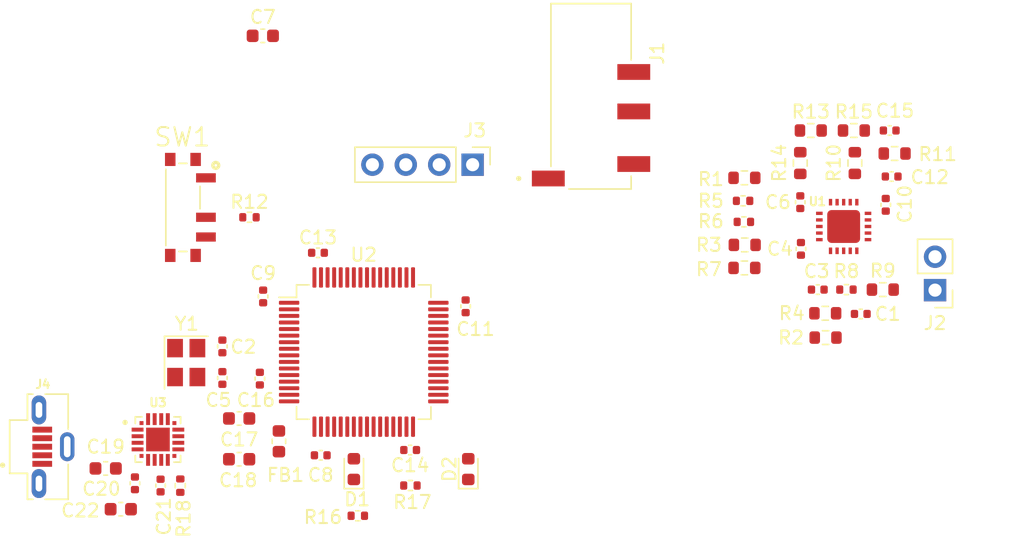
<source format=kicad_pcb>
(kicad_pcb (version 20211014) (generator pcbnew)
  (layers (0 "F.Cu" signal) (31 "B.Cu" signal) (34 "B.Paste" user) (35 "F.Paste" user) (36 "B.SilkS" user "B.Silkscreen") (37 "F.SilkS" user "F.Silkscreen") (38 "B.Mask" user) (39 "F.Mask" user) (44 "Edge.Cuts" user))
  (net 0 "")
  (net 1 "Net-(C1-Pad1)")
  (net 2 "/ADC1_IN1")
  (net 3 "/RCC_OSC_IN")
  (net 4 "GND")
  (net 5 "/OPAMP+")
  (net 6 "/REFOUT")
  (net 7 "/RLDFB")
  (net 8 "/RLD")
  (net 9 "/RCC_OSC_OUT")
  (net 10 "/HPDRIVE")
  (net 11 "/HPSENSE")
  (net 12 "+3.3V")
  (net 13 "/NRST")
  (net 14 "/REFIN")
  (net 15 "/SW")
  (net 16 "+3.3VA")
  (net 17 "+5V")
  (net 18 "/HR_LED_K")
  (net 19 "/LED")
  (net 20 "/PWR_LED_K")
  (net 21 "/RL")
  (net 23 "/LA")
  (net 24 "/RA")
  (net 25 "/TMS")
  (net 26 "/TCK")
  (net 27 "/USB_D-")
  (net 28 "/USB_D+")
  (net 30 "/IAOUT")
  (net 31 "/+IN")
  (net 32 "/-IN")
  (net 33 "/OPAMP-")
  (net 34 "/SW_BOOT0")
  (net 35 "/BOOT0")
  (net 36 "Net-(R13-Pad1)")
  (net 37 "Net-(R18-Pad2)")
  (net 38 "/AD8232_LOD_N")
  (net 39 "/AD8232_LOD_P")
  (net 46 "/USART2_TX")
  (net 47 "/USART2_RX")
  (footprint "Capacitor_SMD:C_0402_1005Metric" (layer "F.Cu") (at 81.95 28.4 -90)
    (fp_text reference "C10" (at -0.05 -1.45 90) (layer "F.SilkS"))
    (fp_text value "100n")
    (fp_line (start -0.107836 0.36) (end 0.107836 0.36) (layer "F.SilkS") (width 0.12))
    (fp_line (start -0.107836 -0.36) (end 0.107836 -0.36) (layer "F.SilkS") (width 0.12))
    (pad "1" smd roundrect (at -0.48 0 270) (size 0.56 0.62) (layers "F.Cu" "F.Paste" "F.Mask") (net 12 "+3.3V"))
    (pad "2" smd roundrect (at 0.48 0 270) (size 0.56 0.62) (layers "F.Cu" "F.Paste" "F.Mask") (net 4 "GND"))
  )
  (footprint "AD8232:LFCSP_20" (layer "F.Cu") (at 78.75 30.05)
    (fp_text reference "U1" (at -2 -1.9) (layer "F.SilkS") (effects (font (size 0.64 0.64))))
    (fp_text value "AD8232")
    (pad "1" smd rect locked (at -1.85 -1 270) (size 0.25 0.5) (layers "F.Cu" "F.Paste" "F.Mask") (net 10 "/HPDRIVE"))
    (pad "2" smd rect locked (at -1.85 -0.5 270) (size 0.25 0.5) (layers "F.Cu" "F.Paste" "F.Mask") (net 31 "/+IN"))
    (pad "3" smd rect locked (at -1.85 0 270) (size 0.25 0.5) (layers "F.Cu" "F.Paste" "F.Mask") (net 32 "/-IN"))
    (pad "4" smd rect locked (at -1.85 0.5 270) (size 0.25 0.5) (layers "F.Cu" "F.Paste" "F.Mask") (net 7 "/RLDFB"))
    (pad "5" smd rect locked (at -1.85 1 270) (size 0.25 0.5) (layers "F.Cu" "F.Paste" "F.Mask") (net 8 "/RLD"))
    (pad "6" smd rect locked (at -1 1.85) (size 0.25 0.5) (layers "F.Cu" "F.Paste" "F.Mask") (net 15 "/SW"))
    (pad "7" smd rect locked (at -0.5 1.85) (size 0.25 0.5) (layers "F.Cu" "F.Paste" "F.Mask") (net 5 "/OPAMP+"))
    (pad "8" smd rect locked (at 0 1.85) (size 0.25 0.5) (layers "F.Cu" "F.Paste" "F.Mask") (net 6 "/REFOUT"))
    (pad "9" smd rect locked (at 0.5 1.85) (size 0.25 0.5) (layers "F.Cu" "F.Paste" "F.Mask") (net 33 "/OPAMP-"))
    (pad "10" smd rect locked (at 1 1.85) (size 0.25 0.5) (layers "F.Cu" "F.Paste" "F.Mask") (net 2 "/ADC1_IN1"))
    (pad "11" smd rect locked (at 1.85 1 90) (size 0.25 0.5) (layers "F.Cu" "F.Paste" "F.Mask") (net 38 "/AD8232_LOD_N"))
    (pad "12" smd rect locked (at 1.85 0.5 90) (size 0.25 0.5) (layers "F.Cu" "F.Paste" "F.Mask") (net 39 "/AD8232_LOD_P"))
    (pad "13" smd rect locked (at 1.85 0 90) (size 0.25 0.5) (layers "F.Cu" "F.Paste" "F.Mask") (net 12 "+3.3V"))
    (pad "14" smd rect locked (at 1.85 -0.5 90) (size 0.25 0.5) (layers "F.Cu" "F.Paste" "F.Mask") (net 4 "GND"))
    (pad "15" smd rect locked (at 1.85 -1 90) (size 0.25 0.5) (layers "F.Cu" "F.Paste" "F.Mask") (net 12 "+3.3V"))
    (pad "16" smd rect locked (at 1 -1.85 180) (size 0.25 0.5) (layers "F.Cu" "F.Paste" "F.Mask") (net 4 "GND"))
    (pad "17" smd rect locked (at 0.5 -1.85 180) (size 0.25 0.5) (layers "F.Cu" "F.Paste" "F.Mask") (net 12 "+3.3V"))
    (pad "18" smd rect locked (at 0 -1.85 180) (size 0.25 0.5) (layers "F.Cu" "F.Paste" "F.Mask") (net 14 "/REFIN"))
    (pad "19" smd rect locked (at -0.5 -1.85 180) (size 0.25 0.5) (layers "F.Cu" "F.Paste" "F.Mask") (net 30 "/IAOUT"))
    (pad "20" smd rect locked (at -1 -1.85 180) (size 0.25 0.5) (layers "F.Cu" "F.Paste" "F.Mask") (net 11 "/HPSENSE"))
    (pad "PAD" smd roundrect locked (at 0 0) (size 2.5 2.5) (layers "F.Cu" "F.Mask") (roundrect_rratio 0.13) (net 4 "GND"))
  )
  (footprint "Resistor_SMD:R_0603_1608Metric" (layer "F.Cu") (at 79.525 22.75)
    (fp_text reference "R15" (at 0 -1.43) (layer "F.SilkS"))
    (fp_text value "1.4Meg")
    (fp_line (start -0.237258 -0.5225) (end 0.237258 -0.5225) (layer "F.SilkS") (width 0.12))
    (fp_line (start -0.237258 0.5225) (end 0.237258 0.5225) (layer "F.SilkS") (width 0.12))
    (pad "1" smd roundrect (at -0.825 0) (size 0.8 0.95) (layers "F.Cu" "F.Paste" "F.Mask") (net 36 "Net-(R13-Pad1)"))
    (pad "2" smd roundrect (at 0.825 0) (size 0.8 0.95) (layers "F.Cu" "F.Paste" "F.Mask") (net 15 "/SW"))
  )
  (footprint "Inductor_SMD:L_0603_1608Metric" (layer "F.Cu") (at 35.8 46.3875 -90)
    (fp_text reference "FB1" (at 2.5625 -0.5) (layer "F.SilkS"))
    (fp_text value "120R")
    (fp_line (start -0.162779 0.51) (end 0.162779 0.51) (layer "F.SilkS") (width 0.12))
    (fp_line (start -0.162779 -0.51) (end 0.162779 -0.51) (layer "F.SilkS") (width 0.12))
    (pad "1" smd roundrect (at -0.7875 0 270) (size 0.875 0.95) (layers "F.Cu" "F.Paste" "F.Mask") (net 16 "+3.3VA"))
    (pad "2" smd roundrect (at 0.7875 0 270) (size 0.875 0.95) (layers "F.Cu" "F.Paste" "F.Mask") (net 12 "+3.3V"))
  )
  (footprint "105133-0011:MOLEX_105133-0011" (layer "F.Cu") (at 17.55 46.8 90)
    (fp_text reference "J4" (at 4.75 0.3 180) (layer "F.SilkS") (effects (font (size 0.640098 0.640098))))
    (fp_text value "105133-0011")
    (fp_line (start -4 -0.875) (end -2.025 -0.875) (layer "F.SilkS") (width 0.127))
    (fp_line (start 4 2.225) (end 1.35 2.225) (layer "F.SilkS") (width 0.127))
    (fp_line (start -4 2.225) (end -4 0.477) (layer "F.SilkS") (width 0.127))
    (fp_line (start -1.35 2.225) (end -4 2.225) (layer "F.SilkS") (width 0.127))
    (fp_line (start 4 0.477) (end 4 2.225) (layer "F.SilkS") (width 0.127))
    (fp_line (start 2.025 -0.875) (end 4 -0.875) (layer "F.SilkS") (width 0.127))
    (fp_line (start -4 -0.467) (end -4 -0.875) (layer "F.SilkS") (width 0.127))
    (fp_line (start 2.025 -2.225) (end 2.025 -0.875) (layer "F.SilkS") (width 0.127))
    (fp_line (start -2.025 -0.875) (end -2.025 -2.225) (layer "F.SilkS") (width 0.127))
    (fp_line (start -2.025 -2.225) (end 2.025 -2.225) (layer "F.SilkS") (width 0.127))
    (fp_line (start 4 -0.875) (end 4 -0.467) (layer "F.SilkS") (width 0.127))
    (fp_circle (center -1.403 -2.762) (end -1.303 -2.762) (layer "F.SilkS") (width 0.2) (fill none))
    (pad "1" smd rect locked (at -1.3 0.25 180) (size 1.5 0.45) (layers "F.Cu" "F.Paste" "F.Mask") (net 17 "+5V"))
    (pad "2" smd rect locked (at -0.65 0.25 180) (size 1.5 0.45) (layers "F.Cu" "F.Paste" "F.Mask") (net 27 "/USB_D-"))
    (pad "3" smd rect locked (at 0 0.25 180) (size 1.5 0.45) (layers "F.Cu" "F.Paste" "F.Mask") (net 28 "/USB_D+"))
    (pad "4" smd rect locked (at 0.65 0.25 180) (size 1.5 0.45) (layers "F.Cu" "F.Paste" "F.Mask"))
    (pad "5" smd rect locked (at 1.3 0.25 180) (size 1.5 0.45) (layers "F.Cu" "F.Paste" "F.Mask") (net 4 "GND"))
    (pad "S1" thru_hole oval locked (at -2.8 0 90) (size 2.2 1.1) (drill oval 1.2 0.5) (layers *.Cu *.Mask))
    (pad "S2" thru_hole oval locked (at 2.8 0 90) (size 2.2 1.1) (drill oval 1.2 0.5) (layers *.Cu *.Mask))
    (pad "S3" thru_hole oval locked (at 0 2.15 90) (size 2.2 1.1) (drill oval 1.6 0.5) (layers *.Cu *.Mask))
  )
  (footprint "Resistor_SMD:R_0603_1608Metric" (layer "F.Cu") (at 82.625 24.5)
    (fp_text reference "R11" (at 3.275 0.05) (layer "F.SilkS"))
    (fp_text value "10Meg")
    (fp_line (start -0.237258 0.5225) (end 0.237258 0.5225) (layer "F.SilkS") (width 0.12))
    (fp_line (start -0.237258 -0.5225) (end 0.237258 -0.5225) (layer "F.SilkS") (width 0.12))
    (pad "1" smd roundrect (at -0.825 0) (size 0.8 0.95) (layers "F.Cu" "F.Paste" "F.Mask") (net 14 "/REFIN"))
    (pad "2" smd roundrect (at 0.825 0) (size 0.8 0.95) (layers "F.Cu" "F.Paste" "F.Mask") (net 4 "GND"))
  )
  (footprint "Capacitor_SMD:C_0402_1005Metric" (layer "F.Cu") (at 80.05 36.7)
    (fp_text reference "C1" (at 2.05 0) (layer "F.SilkS"))
    (fp_text value "1.5n")
    (fp_line (start -0.107836 -0.36) (end 0.107836 -0.36) (layer "F.SilkS") (width 0.12))
    (fp_line (start -0.107836 0.36) (end 0.107836 0.36) (layer "F.SilkS") (width 0.12))
    (pad "1" smd roundrect (at -0.48 0) (size 0.56 0.62) (layers "F.Cu" "F.Paste" "F.Mask") (net 1 "Net-(C1-Pad1)"))
    (pad "2" smd roundrect (at 0.48 0) (size 0.56 0.62) (layers "F.Cu" "F.Paste" "F.Mask") (net 2 "/ADC1_IN1"))
  )
  (footprint "Resistor_SMD:R_0603_1608Metric" (layer "F.Cu") (at 71.225 31.45 180)
    (fp_text reference "R3" (at 2.725 0 180) (layer "F.SilkS"))
    (fp_text value "10Meg")
    (fp_line (start -0.237258 0.5225) (end 0.237258 0.5225) (layer "F.SilkS") (width 0.12))
    (fp_line (start -0.237258 -0.5225) (end 0.237258 -0.5225) (layer "F.SilkS") (width 0.12))
    (pad "1" smd roundrect (at -0.825 0 180) (size 0.8 0.95) (layers "F.Cu" "F.Paste" "F.Mask") (net 12 "+3.3V"))
    (pad "2" smd roundrect (at 0.825 0 180) (size 0.8 0.95) (layers "F.Cu" "F.Paste" "F.Mask") (net 24 "/RA"))
  )
  (footprint "Capacitor_SMD:C_0402_1005Metric" (layer "F.Cu") (at 31.5 41.57 90)
    (fp_text reference "C5" (at -1.68 -0.3 180) (layer "F.SilkS"))
    (fp_text value "10p")
    (fp_line (start -0.107836 0.36) (end 0.107836 0.36) (layer "F.SilkS") (width 0.12))
    (fp_line (start -0.107836 -0.36) (end 0.107836 -0.36) (layer "F.SilkS") (width 0.12))
    (pad "1" smd roundrect (at -0.48 0 90) (size 0.56 0.62) (layers "F.Cu" "F.Paste" "F.Mask") (net 9 "/RCC_OSC_OUT"))
    (pad "2" smd roundrect (at 0.48 0 90) (size 0.56 0.62) (layers "F.Cu" "F.Paste" "F.Mask") (net 4 "GND"))
  )
  (footprint "LED_SMD:LED_0603_1608Metric" (layer "F.Cu") (at 41.5 48.5 90)
    (fp_text reference "D1" (at -2.3 0.25 180) (layer "F.SilkS"))
    (fp_text value "LED")
    (fp_line (start -1.485 0.735) (end 0.8 0.735) (layer "F.SilkS") (width 0.12))
    (fp_line (start 0.8 -0.735) (end -1.485 -0.735) (layer "F.SilkS") (width 0.12))
    (fp_line (start -1.485 -0.735) (end -1.485 0.735) (layer "F.SilkS") (width 0.12))
    (pad "1" smd roundrect (at -0.7875 0 90) (size 0.875 0.95) (layers "F.Cu" "F.Paste" "F.Mask") (net 18 "/HR_LED_K"))
    (pad "2" smd roundrect (at 0.7875 0 90) (size 0.875 0.95) (layers "F.Cu" "F.Paste" "F.Mask") (net 19 "/LED"))
  )
  (footprint "Capacitor_SMD:C_0603_1608Metric" (layer "F.Cu") (at 22.625 48.45 180)
    (fp_text reference "C19" (at 0 1.65) (layer "F.SilkS"))
    (fp_text value "4.7u")
    (fp_line (start -0.14058 -0.51) (end 0.14058 -0.51) (layer "F.SilkS") (width 0.12))
    (fp_line (start -0.14058 0.51) (end 0.14058 0.51) (layer "F.SilkS") (width 0.12))
    (pad "1" smd roundrect (at -0.775 0 180) (size 0.9 0.95) (layers "F.Cu" "F.Paste" "F.Mask") (net 12 "+3.3V"))
    (pad "2" smd roundrect (at 0.775 0 180) (size 0.9 0.95) (layers "F.Cu" "F.Paste" "F.Mask") (net 4 "GND"))
  )
  (footprint "Resistor_SMD:R_0603_1608Metric" (layer "F.Cu") (at 75.45 25.225 90)
    (fp_text reference "R14" (at 0 -1.6 90) (layer "F.SilkS"))
    (fp_text value "10Meg")
    (fp_line (start -0.237258 0.5225) (end 0.237258 0.5225) (layer "F.SilkS") (width 0.12))
    (fp_line (start -0.237258 -0.5225) (end 0.237258 -0.5225) (layer "F.SilkS") (width 0.12))
    (pad "1" smd roundrect (at -0.825 0 90) (size 0.8 0.95) (layers "F.Cu" "F.Paste" "F.Mask") (net 11 "/HPSENSE"))
    (pad "2" smd roundrect (at 0.825 0 90) (size 0.8 0.95) (layers "F.Cu" "F.Paste" "F.Mask") (net 36 "Net-(R13-Pad1)"))
  )
  (footprint "Capacitor_SMD:C_0402_1005Metric" (layer "F.Cu") (at 45.78 47.05 180)
    (fp_text reference "C14" (at 0 -1.16) (layer "F.SilkS"))
    (fp_text value "100n")
    (fp_line (start -0.107836 -0.36) (end 0.107836 -0.36) (layer "F.SilkS") (width 0.12))
    (fp_line (start -0.107836 0.36) (end 0.107836 0.36) (layer "F.SilkS") (width 0.12))
    (pad "1" smd roundrect (at -0.48 0 180) (size 0.56 0.62) (layers "F.Cu" "F.Paste" "F.Mask") (net 12 "+3.3V"))
    (pad "2" smd roundrect (at 0.48 0 180) (size 0.56 0.62) (layers "F.Cu" "F.Paste" "F.Mask") (net 4 "GND"))
  )
  (footprint "Capacitor_SMD:C_0402_1005Metric" (layer "F.Cu") (at 34.35 41.62 90)
    (fp_text reference "C16" (at -1.63 -0.3 180) (layer "F.SilkS"))
    (fp_text value "10n")
    (fp_line (start -0.107836 -0.36) (end 0.107836 -0.36) (layer "F.SilkS") (width 0.12))
    (fp_line (start -0.107836 0.36) (end 0.107836 0.36) (layer "F.SilkS") (width 0.12))
    (pad "1" smd roundrect (at -0.48 0 90) (size 0.56 0.62) (layers "F.Cu" "F.Paste" "F.Mask") (net 16 "+3.3VA"))
    (pad "2" smd roundrect (at 0.48 0 90) (size 0.56 0.62) (layers "F.Cu" "F.Paste" "F.Mask") (net 4 "GND"))
  )
  (footprint "Capacitor_SMD:C_0402_1005Metric" (layer "F.Cu") (at 82.4 26.25 180)
    (fp_text reference "C12" (at -2.9 -0.05) (layer "F.SilkS"))
    (fp_text value "100n")
    (fp_line (start -0.107836 0.36) (end 0.107836 0.36) (layer "F.SilkS") (width 0.12))
    (fp_line (start -0.107836 -0.36) (end 0.107836 -0.36) (layer "F.SilkS") (width 0.12))
    (pad "1" smd roundrect (at -0.48 0 180) (size 0.56 0.62) (layers "F.Cu" "F.Paste" "F.Mask") (net 4 "GND"))
    (pad "2" smd roundrect (at 0.48 0 180) (size 0.56 0.62) (layers "F.Cu" "F.Paste" "F.Mask") (net 14 "/REFIN"))
  )
  (footprint "PCM12SMTR:SW_PCM12SMTR" (layer "F.Cu") (at 28.5 28.6 -90)
    (fp_text reference "SW1" (at -5.35 0.05 180) (layer "F.SilkS") (effects (font (size 1.4 1.4))))
    (fp_text value "PCM12SMTR")
    (fp_line (start -2.9 1.3) (end 2.9 1.3) (layer "F.SilkS") (width 0.127))
    (fp_line (start -1.6 -1.3) (end 0.1 -1.3) (layer "F.SilkS") (width 0.127))
    (fp_line (start 3.35 -0.3) (end 3.35 0.3) (layer "F.SilkS") (width 0.127))
    (fp_line (start -3.35 0.3) (end -3.35 -0.3) (layer "F.SilkS") (width 0.127))
    (fp_circle (center -3.2 -2.5) (end -3.1 -2.5) (layer "F.SilkS") (width 0.25) (fill none))
    (pad "" np_thru_hole circle locked (at -1.5 0 270) (size 0.9 0.9) (drill 0.9) (layers *.Cu *.Mask))
    (pad "" np_thru_hole circle locked (at 1.5 0 270) (size 0.9 0.9) (drill 0.9) (layers *.Cu *.Mask))
    (pad "1" smd rect locked (at -2.25 -1.75 270) (size 0.7 1.5) (layers "F.Cu" "F.Paste" "F.Mask") (net 12 "+3.3V"))
    (pad "2" smd rect locked (at 0.75 -1.75 270) (size 0.7 1.5) (layers "F.Cu" "F.Paste" "F.Mask") (net 34 "/SW_BOOT0"))
    (pad "3" smd rect locked (at 2.25 -1.75 270) (size 0.7 1.5) (layers "F.Cu" "F.Paste" "F.Mask") (net 4 "GND"))
    (pad "S1" smd rect locked (at -3.65 -0.965 270) (size 1 0.8) (layers "F.Cu" "F.Paste" "F.Mask"))
    (pad "S2" smd rect locked (at -3.65 0.965 270) (size 1 0.8) (layers "F.Cu" "F.Paste" "F.Mask"))
    (pad "S3" smd rect locked (at 3.65 0.965 270) (size 1 0.8) (layers "F.Cu" "F.Paste" "F.Mask"))
    (pad "S4" smd rect locked (at 3.65 -0.965 270) (size 1 0.8) (layers "F.Cu" "F.Paste" "F.Mask"))
  )
  (footprint "Capacitor_SMD:C_0402_1005Metric" (layer "F.Cu") (at 75.45 28.2 90)
    (fp_text reference "C6" (at 0 -1.7 180) (layer "F.SilkS"))
    (fp_text value "330n")
    (fp_line (start -0.107836 0.36) (end 0.107836 0.36) (layer "F.SilkS") (width 0.12))
    (fp_line (start -0.107836 -0.36) (end 0.107836 -0.36) (layer "F.SilkS") (width 0.12))
    (pad "1" smd roundrect (at -0.48 0 90) (size 0.56 0.62) (layers "F.Cu" "F.Paste" "F.Mask") (net 10 "/HPDRIVE"))
    (pad "2" smd roundrect (at 0.48 0 90) (size 0.56 0.62) (layers "F.Cu" "F.Paste" "F.Mask") (net 11 "/HPSENSE"))
  )
  (footprint "Resistor_SMD:R_0603_1608Metric" (layer "F.Cu") (at 71.2 26.35 180)
    (fp_text reference "R1" (at 2.55 -0.1) (layer "F.SilkS"))
    (fp_text value "10Meg")
    (fp_line (start -0.237258 0.5225) (end 0.237258 0.5225) (layer "F.SilkS") (width 0.12))
    (fp_line (start -0.237258 -0.5225) (end 0.237258 -0.5225) (layer "F.SilkS") (width 0.12))
    (pad "1" smd roundrect (at -0.825 0 180) (size 0.8 0.95) (layers "F.Cu" "F.Paste" "F.Mask") (net 12 "+3.3V"))
    (pad "2" smd roundrect (at 0.825 0 180) (size 0.8 0.95) (layers "F.Cu" "F.Paste" "F.Mask") (net 23 "/LA"))
  )
  (footprint "Capacitor_SMD:C_0603_1608Metric" (layer "F.Cu") (at 34.575 15.55)
    (fp_text reference "C7" (at 0 -1.43) (layer "F.SilkS"))
    (fp_text value "10u")
    (fp_line (start -0.14058 -0.51) (end 0.14058 -0.51) (layer "F.SilkS") (width 0.12))
    (fp_line (start -0.14058 0.51) (end 0.14058 0.51) (layer "F.SilkS") (width 0.12))
    (pad "1" smd roundrect (at -0.775 0) (size 0.9 0.95) (layers "F.Cu" "F.Paste" "F.Mask") (net 12 "+3.3V"))
    (pad "2" smd roundrect (at 0.775 0) (size 0.9 0.95) (layers "F.Cu" "F.Paste" "F.Mask") (net 4 "GND"))
  )
  (footprint "Resistor_SMD:R_0603_1608Metric" (layer "F.Cu") (at 76.25 22.75)
    (fp_text reference "R13" (at 0 -1.43) (layer "F.SilkS"))
    (fp_text value "10Meg")
    (fp_line (start -0.237258 -0.5225) (end 0.237258 -0.5225) (layer "F.SilkS") (width 0.12))
    (fp_line (start -0.237258 0.5225) (end 0.237258 0.5225) (layer "F.SilkS") (width 0.12))
    (pad "1" smd roundrect (at -0.825 0) (size 0.8 0.95) (layers "F.Cu" "F.Paste" "F.Mask") (net 36 "Net-(R13-Pad1)"))
    (pad "2" smd roundrect (at 0.825 0) (size 0.8 0.95) (layers "F.Cu" "F.Paste" "F.Mask") (net 30 "/IAOUT"))
  )
  (footprint "Resistor_SMD:R_0603_1608Metric" (layer "F.Cu") (at 71.2 33.2 180)
    (fp_text reference "R7" (at 2.7 -0.1 180) (layer "F.SilkS"))
    (fp_text value "360k")
    (fp_line (start -0.237258 -0.5225) (end 0.237258 -0.5225) (layer "F.SilkS") (width 0.12))
    (fp_line (start -0.237258 0.5225) (end 0.237258 0.5225) (layer "F.SilkS") (width 0.12))
    (pad "1" smd roundrect (at -0.825 0 180) (size 0.8 0.95) (layers "F.Cu" "F.Paste" "F.Mask") (net 8 "/RLD"))
    (pad "2" smd roundrect (at 0.825 0 180) (size 0.8 0.95) (layers "F.Cu" "F.Paste" "F.Mask") (net 21 "/RL"))
  )
  (footprint "Capacitor_SMD:C_0402_1005Metric" (layer "F.Cu") (at 76.78 34.85)
    (fp_text reference "C3" (at -0.08 -1.4) (layer "F.SilkS"))
    (fp_text value "10n")
    (fp_line (start -0.107836 0.36) (end 0.107836 0.36) (layer "F.SilkS") (width 0.12))
    (fp_line (start -0.107836 -0.36) (end 0.107836 -0.36) (layer "F.SilkS") (width 0.12))
    (pad "1" smd roundrect (at -0.48 0) (size 0.56 0.62) (layers "F.Cu" "F.Paste" "F.Mask") (net 5 "/OPAMP+"))
    (pad "2" smd roundrect (at 0.48 0) (size 0.56 0.62) (layers "F.Cu" "F.Paste" "F.Mask") (net 6 "/REFOUT"))
  )
  (footprint "Capacitor_SMD:C_0402_1005Metric" (layer "F.Cu") (at 34.6 35.37 90)
    (fp_text reference "C9" (at 1.77 0 180) (layer "F.SilkS"))
    (fp_text value "100n")
    (fp_line (start -0.107836 0.36) (end 0.107836 0.36) (layer "F.SilkS") (width 0.12))
    (fp_line (start -0.107836 -0.36) (end 0.107836 -0.36) (layer "F.SilkS") (width 0.12))
    (pad "1" smd roundrect (at -0.48 0 90) (size 0.56 0.62) (layers "F.Cu" "F.Paste" "F.Mask") (net 12 "+3.3V"))
    (pad "2" smd roundrect (at 0.48 0 90) (size 0.56 0.62) (layers "F.Cu" "F.Paste" "F.Mask") (net 4 "GND"))
  )
  (footprint "Connector_PinHeader_2.54mm:PinHeader_1x02_P2.54mm_Vertical" (layer "F.Cu") (at 85.7 34.89 180)
    (fp_text reference "J2" (at 0 -2.51) (layer "F.SilkS"))
    (fp_text value "Conn_01x02_Male")
    (fp_line (start -1.33 -1.33) (end 0 -1.33) (layer "F.SilkS") (width 0.12))
    (fp_line (start -1.33 0) (end -1.33 -1.33) (layer "F.SilkS") (width 0.12))
    (fp_line (start -1.33 1.27) (end 1.33 1.27) (layer "F.SilkS") (width 0.12))
    (fp_line (start -1.33 3.87) (end 1.33 3.87) (layer "F.SilkS") (width 0.12))
    (fp_line (start -1.33 1.27) (end -1.33 3.87) (layer "F.SilkS") (width 0.12))
    (fp_line (start 1.33 1.27) (end 1.33 3.87) (layer "F.SilkS") (width 0.12))
    (pad "1" thru_hole rect (at 0 0 180) (size 1.7 1.7) (drill 1) (layers *.Cu *.Mask) (net 2 "/ADC1_IN1"))
    (pad "2" thru_hole oval (at 0 2.54 180) (size 1.7 1.7) (drill 1) (layers *.Cu *.Mask) (net 4 "GND"))
  )
  (footprint "Capacitor_SMD:C_0402_1005Metric" (layer "F.Cu") (at 82.25 22.75 180)
    (fp_text reference "C15" (at -0.4 1.5) (layer "F.SilkS"))
    (fp_text value "330n")
    (fp_line (start -0.107836 -0.36) (end 0.107836 -0.36) (layer "F.SilkS") (width 0.12))
    (fp_line (start -0.107836 0.36) (end 0.107836 0.36) (layer "F.SilkS") (width 0.12))
    (pad "1" smd roundrect (at -0.48 0 180) (size 0.56 0.62) (layers "F.Cu" "F.Paste" "F.Mask") (net 6 "/REFOUT"))
    (pad "2" smd roundrect (at 0.48 0 180) (size 0.56 0.62) (layers "F.Cu" "F.Paste" "F.Mask") (net 15 "/SW"))
  )
  (footprint "Capacitor_SMD:C_0402_1005Metric" (layer "F.Cu") (at 31.5 39.17 90)
    (fp_text reference "C2" (at -0.03 1.6 180) (layer "F.SilkS"))
    (fp_text value "10p")
    (fp_line (start -0.107836 0.36) (end 0.107836 0.36) (layer "F.SilkS") (width 0.12))
    (fp_line (start -0.107836 -0.36) (end 0.107836 -0.36) (layer "F.SilkS") (width 0.12))
    (pad "1" smd roundrect (at -0.48 0 90) (size 0.56 0.62) (layers "F.Cu" "F.Paste" "F.Mask") (net 3 "/RCC_OSC_IN"))
    (pad "2" smd roundrect (at 0.48 0 90) (size 0.56 0.62) (layers "F.Cu" "F.Paste" "F.Mask") (net 4 "GND"))
  )
  (footprint "Resistor_SMD:R_0402_1005Metric" (layer "F.Cu") (at 33.56 29.35)
    (fp_text reference "R12" (at 0 -1.17) (layer "F.SilkS"))
    (fp_text value "10k")
    (fp_line (start -0.153641 -0.38) (end 0.153641 -0.38) (layer "F.SilkS") (width 0.12))
    (fp_line (start -0.153641 0.38) (end 0.153641 0.38) (layer "F.SilkS") (width 0.12))
    (pad "1" smd roundrect (at -0.51 0) (size 0.54 0.64) (layers "F.Cu" "F.Paste" "F.Mask") (net 34 "/SW_BOOT0"))
    (pad "2" smd roundrect (at 0.51 0) (size 0.54 0.64) (layers "F.Cu" "F.Paste" "F.Mask") (net 35 "/BOOT0"))
  )
  (footprint "Capacitor_SMD:C_0603_1608Metric" (layer "F.Cu") (at 32.775 44.65 180)
    (fp_text reference "C17" (at 0 -1.6) (layer "F.SilkS"))
    (fp_text value "1u")
    (fp_line (start -0.14058 0.51) (end 0.14058 0.51) (layer "F.SilkS") (width 0.12))
    (fp_line (start -0.14058 -0.51) (end 0.14058 -0.51) (layer "F.SilkS") (width 0.12))
    (pad "1" smd roundrect (at -0.775 0 180) (size 0.9 0.95) (layers "F.Cu" "F.Paste" "F.Mask") (net 16 "+3.3VA"))
    (pad "2" smd roundrect (at 0.775 0 180) (size 0.9 0.95) (layers "F.Cu" "F.Paste" "F.Mask") (net 4 "GND"))
  )
  (footprint "Resistor_SMD:R_0402_1005Metric" (layer "F.Cu") (at 71.16 29.7 180)
    (fp_text reference "R6" (at 2.51 0.05 180) (layer "F.SilkS"))
    (fp_text value "180k")
    (fp_line (start -0.153641 -0.38) (end 0.153641 -0.38) (layer "F.SilkS") (width 0.12))
    (fp_line (start -0.153641 0.38) (end 0.153641 0.38) (layer "F.SilkS") (width 0.12))
    (pad "1" smd roundrect (at -0.51 0 180) (size 0.54 0.64) (layers "F.Cu" "F.Paste" "F.Mask") (net 32 "/-IN"))
    (pad "2" smd roundrect (at 0.51 0 180) (size 0.54 0.64) (layers "F.Cu" "F.Paste" "F.Mask") (net 24 "/RA"))
  )
  (footprint "Resistor_SMD:R_0603_1608Metric" (layer "F.Cu") (at 77.35 36.65)
    (fp_text reference "R4" (at -2.55 0) (layer "F.SilkS"))
    (fp_text value "1Meg")
    (fp_line (start -0.237258 -0.5225) (end 0.237258 -0.5225) (layer "F.SilkS") (width 0.12))
    (fp_line (start -0.237258 0.5225) (end 0.237258 0.5225) (layer "F.SilkS") (width 0.12))
    (pad "1" smd roundrect (at -0.825 0) (size 0.8 0.95) (layers "F.Cu" "F.Paste" "F.Mask") (net 5 "/OPAMP+"))
    (pad "2" smd roundrect (at 0.825 0) (size 0.8 0.95) (layers "F.Cu" "F.Paste" "F.Mask") (net 1 "Net-(C1-Pad1)"))
  )
  (footprint "Resistor_SMD:R_0402_1005Metric" (layer "F.Cu") (at 71.1 28.1 180)
    (fp_text reference "R5" (at 2.45 0 180) (layer "F.SilkS"))
    (fp_text value "180k")
    (fp_line (start -0.153641 0.38) (end 0.153641 0.38) (layer "F.SilkS") (width 0.12))
    (fp_line (start -0.153641 -0.38) (end 0.153641 -0.38) (layer "F.SilkS") (width 0.12))
    (pad "1" smd roundrect (at -0.51 0 180) (size 0.54 0.64) (layers "F.Cu" "F.Paste" "F.Mask") (net 31 "/+IN"))
    (pad "2" smd roundrect (at 0.51 0 180) (size 0.54 0.64) (layers "F.Cu" "F.Paste" "F.Mask") (net 23 "/LA"))
  )
  (footprint "Resistor_SMD:R_0402_1005Metric" (layer "F.Cu") (at 78.96 34.85)
    (fp_text reference "R8" (at 0 -1.4) (layer "F.SilkS"))
    (fp_text value "100k")
    (fp_line (start -0.153641 0.38) (end 0.153641 0.38) (layer "F.SilkS") (width 0.12))
    (fp_line (start -0.153641 -0.38) (end 0.153641 -0.38) (layer "F.SilkS") (width 0.12))
    (pad "1" smd roundrect (at -0.51 0) (size 0.54 0.64) (layers "F.Cu" "F.Paste" "F.Mask") (net 6 "/REFOUT"))
    (pad "2" smd roundrect (at 0.51 0) (size 0.54 0.64) (layers "F.Cu" "F.Paste" "F.Mask") (net 33 "/OPAMP-"))
  )
  (footprint "CP2102N-A02-GQFN20R:SILABS_CP2102N-A02-GQFN20R" (layer "F.Cu") (at 26.6 46.25)
    (fp_text reference "U3" (at 0 -2.8064) (layer "F.SilkS") (effects (font (size 0.64 0.64))))
    (fp_text value "CP2102N-A02-GQFN20R")
    (fp_line (start 1.72 -1.72) (end 1.72 -1.22) (layer "F.SilkS") (width 0.127))
    (fp_line (start -1.72 1.72) (end -1.72 1.22) (layer "F.SilkS") (width 0.127))
    (fp_line (start 1.72 1.22) (end 1.72 1.72) (layer "F.SilkS") (width 0.127))
    (fp_line (start 1.22 -1.72) (end 1.72 -1.72) (layer "F.SilkS") (width 0.127))
    (fp_line (start -1.22 1.72) (end -1.72 1.72) (layer "F.SilkS") (width 0.127))
    (fp_line (start -1.72 -1.22) (end -1.72 -1.72) (layer "F.SilkS") (width 0.127))
    (fp_line (start -1.72 -1.72) (end -1.22 -1.72) (layer "F.SilkS") (width 0.127))
    (fp_line (start 1.72 1.72) (end 1.22 1.72) (layer "F.SilkS") (width 0.127))
    (fp_circle (center -2.5 -1.3) (end -2.4 -1.3) (layer "F.SilkS") (width 0.2) (fill none))
    (pad "1" smd rect locked (at -1.25 -1.25) (size 0.3 0.3) (layers "F.Cu" "F.Paste" "F.Mask"))
    (pad "2" smd rect locked (at -1.55 -0.75) (size 0.9 0.3) (layers "F.Cu" "F.Paste" "F.Mask"))
    (pad "3" smd rect locked (at -1.55 -0.25) (size 0.9 0.3) (layers "F.Cu" "F.Paste" "F.Mask") (net 4 "GND"))
    (pad "4" smd rect locked (at -1.55 0.25) (size 0.9 0.3) (layers "F.Cu" "F.Paste" "F.Mask") (net 28 "/USB_D+"))
    (pad "5" smd rect locked (at -1.55 0.75) (size 0.9 0.3) (layers "F.Cu" "F.Paste" "F.Mask") (net 27 "/USB_D-"))
    (pad "6" smd rect locked (at -1.25 1.25) (size 0.3 0.3) (layers "F.Cu" "F.Paste" "F.Mask") (net 12 "+3.3V"))
    (pad "7" smd rect locked (at -0.75 1.55 90) (size 0.9 0.3) (layers "F.Cu" "F.Paste" "F.Mask") (net 17 "+5V"))
    (pad "8" smd rect locked (at -0.25 1.55 90) (size 0.9 0.3) (layers "F.Cu" "F.Paste" "F.Mask") (net 17 "+5V"))
    (pad "9" smd rect locked (at 0.25 1.55 90) (size 0.9 0.3) (layers "F.Cu" "F.Paste" "F.Mask") (net 37 "Net-(R18-Pad2)"))
    (pad "10" smd rect locked (at 0.75 1.55 90) (size 0.9 0.3) (layers "F.Cu" "F.Paste" "F.Mask"))
    (pad "11" smd rect locked (at 1.25 1.25 90) (size 0.3 0.3) (layers "F.Cu" "F.Paste" "F.Mask"))
    (pad "12" smd rect locked (at 1.55 0.75 180) (size 0.9 0.3) (layers "F.Cu" "F.Paste" "F.Mask") (net 4 "GND"))
    (pad "13" smd rect locked (at 1.55 0.25 180) (size 0.9 0.3) (layers "F.Cu" "F.Paste" "F.Mask"))
    (pad "14" smd rect locked (at 1.55 -0.25 180) (size 0.9 0.3) (layers "F.Cu" "F.Paste" "F.Mask"))
    (pad "15" smd rect locked (at 1.55 -0.75 180) (size 0.9 0.3) (layers "F.Cu" "F.Paste" "F.Mask"))
    (pad "16" smd rect locked (at 1.25 -1.25 180) (size 0.3 0.3) (layers "F.Cu" "F.Paste" "F.Mask"))
    (pad "17" smd rect locked (at 0.75 -1.55 270) (size 0.9 0.3) (layers "F.Cu" "F.Paste" "F.Mask") (net 46 "/USART2_TX"))
    (pad "18" smd rect locked (at 0.25 -1.55 270) (size 0.9 0.3) (layers "F.Cu" "F.Paste" "F.Mask") (net 47 "/USART2_RX"))
    (pad "19" smd rect locked (at -0.25 -1.55 270) (size 0.9 0.3) (layers "F.Cu" "F.Paste" "F.Mask"))
    (pad "20" smd rect locked (at -0.75 -1.55 270) (size 0.9 0.3) (layers "F.Cu" "F.Paste" "F.Mask"))
    (pad "21" smd rect locked (at 0 0 270) (size 1.8 1.8) (layers "F.Cu" "F.Mask") (net 4 "GND"))
  )
  (footprint "Resistor_SMD:R_0603_1608Metric" (layer "F.Cu") (at 79.6 25.225 -90)
    (fp_text reference "R10" (at 0 1.6 90) (layer "F.SilkS"))
    (fp_text value "10Meg")
    (fp_line (start -0.237258 0.5225) (end 0.237258 0.5225) (layer "F.SilkS") (width 0.12))
    (fp_line (start -0.237258 -0.5225) (end 0.237258 -0.5225) (layer "F.SilkS") (width 0.12))
    (pad "1" smd roundrect (at -0.825 0 270) (size 0.8 0.95) (layers "F.Cu" "F.Paste" "F.Mask") (net 14 "/REFIN"))
    (pad "2" smd roundrect (at 0.825 0 270) (size 0.8 0.95) (layers "F.Cu" "F.Paste" "F.Mask") (net 12 "+3.3V"))
  )
  (footprint "PJ-320D-A:HRO_PJ-320D-A" (layer "F.Cu") (at 59.5375 20.2 -90)
    (fp_text reference "J1" (at -3.325 -5.035 90) (layer "F.SilkS"))
    (fp_text value "PJ-320D-A")
    (fp_line (start 6.02 -3.05) (end 7 -3.05) (layer "F.SilkS") (width 0.127))
    (fp_line (start 7 -3.05) (end 7 1.68) (layer "F.SilkS") (width 0.127))
    (fp_line (start -7.1 -3.05) (end -2.82 -3.05) (layer "F.SilkS") (width 0.127))
    (fp_line (start -7.1 3.05) (end -7.1 -3.05) (layer "F.SilkS") (width 0.127))
    (fp_line (start 5.28 3.05) (end -7.1 3.05) (layer "F.SilkS") (width 0.127))
    (fp_circle (center 6.2 5.5) (end 6.3 5.5) (layer "F.SilkS") (width 0.2) (fill none))
    (pad "" np_thru_hole circle locked (at 3.5 0 270) (size 1 1) (drill 1) (layers *.Cu *.Mask))
    (pad "" np_thru_hole circle locked (at -3.5 0 270) (size 1 1) (drill 1) (layers *.Cu *.Mask))
    (pad "1" smd rect locked (at 6.2 3.25 270) (size 1.2 2.5) (layers "F.Cu" "F.Paste" "F.Mask"))
    (pad "2" smd rect locked (at 5.1 -3.25 270) (size 1.2 2.5) (layers "F.Cu" "F.Paste" "F.Mask") (net 23 "/LA"))
    (pad "3" smd rect locked (at 1.1 -3.25 270) (size 1.2 2.5) (layers "F.Cu" "F.Paste" "F.Mask") (net 21 "/RL"))
    (pad "4" smd rect locked (at -1.9 -3.25 270) (size 1.2 2.5) (layers "F.Cu" "F.Paste" "F.Mask") (net 24 "/RA"))
  )
  (footprint "LED_SMD:LED_0603_1608Metric" (layer "F.Cu") (at 50.2 48.5 90)
    (fp_text reference "D2" (at 0 -1.43 90) (layer "F.SilkS"))
    (fp_text value "LED")
    (fp_line (start -1.485 0.735) (end 0.8 0.735) (layer "F.SilkS") (width 0.12))
    (fp_line (start -1.485 -0.735) (end -1.485 0.735) (layer "F.SilkS") (width 0.12))
    (fp_line (start 0.8 -0.735) (end -1.485 -0.735) (layer "F.SilkS") (width 0.12))
    (pad "1" smd roundrect (at -0.7875 0 90) (size 0.875 0.95) (layers "F.Cu" "F.Paste" "F.Mask") (net 20 "/PWR_LED_K"))
    (pad "2" smd roundrect (at 0.7875 0 90) (size 0.875 0.95) (layers "F.Cu" "F.Paste" "F.Mask") (net 12 "+3.3V"))
  )
  (footprint "Resistor_SMD:R_0603_1608Metric" (layer "F.Cu") (at 81.725 34.85)
    (fp_text reference "R9" (at 0 -1.43) (layer "F.SilkS"))
    (fp_text value "1Meg")
    (fp_line (start -0.237258 0.5225) (end 0.237258 0.5225) (layer "F.SilkS") (width 0.12))
    (fp_line (start -0.237258 -0.5225) (end 0.237258 -0.5225) (layer "F.SilkS") (width 0.12))
    (pad "1" smd roundrect (at -0.825 0) (size 0.8 0.95) (layers "F.Cu" "F.Paste" "F.Mask") (net 33 "/OPAMP-"))
    (pad "2" smd roundrect (at 0.825 0) (size 0.8 0.95) (layers "F.Cu" "F.Paste" "F.Mask") (net 2 "/ADC1_IN1"))
  )
  (footprint "Capacitor_SMD:C_0402_1005Metric" (layer "F.Cu") (at 38.98 47.45)
    (fp_text reference "C8" (at 0 1.5) (layer "F.SilkS"))
    (fp_text value "100n")
    (fp_line (start -0.107836 0.36) (end 0.107836 0.36) (layer "F.SilkS") (width 0.12))
    (fp_line (start -0.107836 -0.36) (end 0.107836 -0.36) (layer "F.SilkS") (width 0.12))
    (pad "1" smd roundrect (at -0.48 0) (size 0.56 0.62) (layers "F.Cu" "F.Paste" "F.Mask") (net 13 "/NRST"))
    (pad "2" smd roundrect (at 0.48 0) (size 0.56 0.62) (layers "F.Cu" "F.Paste" "F.Mask") (net 4 "GND"))
  )
  (footprint "Resistor_SMD:R_0402_1005Metric" (layer "F.Cu") (at 41.8 52.05)
    (fp_text reference "R16" (at -2.65 0.1) (layer "F.SilkS"))
    (fp_text value "1k")
    (fp_line (start -0.153641 0.38) (end 0.153641 0.38) (layer "F.SilkS") (width 0.12))
    (fp_line (start -0.153641 -0.38) (end 0.153641 -0.38) (layer "F.SilkS") (width 0.12))
    (pad "1" smd roundrect (at -0.51 0) (size 0.54 0.64) (layers "F.Cu" "F.Paste" "F.Mask") (net 18 "/HR_LED_K"))
    (pad "2" smd roundrect (at 0.51 0) (size 0.54 0.64) (layers "F.Cu" "F.Paste" "F.Mask") (net 4 "GND"))
  )
  (footprint "Capacitor_SMD:C_0402_1005Metric" (layer "F.Cu") (at 24.85 49.58 -90)
    (fp_text reference "C20" (at 0.42 2.55 180) (layer "F.SilkS"))
    (fp_text value "100n")
    (fp_line (start -0.107836 -0.36) (end 0.107836 -0.36) (layer "F.SilkS") (width 0.12))
    (fp_line (start -0.107836 0.36) (end 0.107836 0.36) (layer "F.SilkS") (width 0.12))
    (pad "1" smd roundrect (at -0.48 0 270) (size 0.56 0.62) (layers "F.Cu" "F.Paste" "F.Mask") (net 12 "+3.3V"))
    (pad "2" smd roundrect (at 0.48 0 270) (size 0.56 0.62) (layers "F.Cu" "F.Paste" "F.Mask") (net 4 "GND"))
  )
  (footprint "Capacitor_SMD:C_0603_1608Metric" (layer "F.Cu") (at 23.775 51.55 180)
    (fp_text reference "C22" (at 3.075 -0.1) (layer "F.SilkS"))
    (fp_text value "4.7u")
    (fp_line (start -0.14058 0.51) (end 0.14058 0.51) (layer "F.SilkS") (width 0.12))
    (fp_line (start -0.14058 -0.51) (end 0.14058 -0.51) (layer "F.SilkS") (width 0.12))
    (pad "1" smd roundrect (at -0.775 0 180) (size 0.9 0.95) (layers "F.Cu" "F.Paste" "F.Mask") (net 17 "+5V"))
    (pad "2" smd roundrect (at 0.775 0 180) (size 0.9 0.95) (layers "F.Cu" "F.Paste" "F.Mask") (net 4 "GND"))
  )
  (footprint "Resistor_SMD:R_0402_1005Metric" (layer "F.Cu") (at 28.3 49.76 90)
    (fp_text reference "R18" (at -2.5 0.25 90) (layer "F.SilkS"))
    (fp_text value "1k")
    (fp_line (start -0.153641 0.38) (end 0.153641 0.38) (layer "F.SilkS") (width 0.12))
    (fp_line (start -0.153641 -0.38) (end 0.153641 -0.38) (layer "F.SilkS") (width 0.12))
    (pad "1" smd roundrect (at -0.51 0 90) (size 0.54 0.64) (layers "F.Cu" "F.Paste" "F.Mask") (net 12 "+3.3V"))
    (pad "2" smd roundrect (at 0.51 0 90) (size 0.54 0.64) (layers "F.Cu" "F.Paste" "F.Mask") (net 37 "Net-(R18-Pad2)"))
  )
  (footprint "Connector_PinHeader_2.54mm:PinHeader_1x04_P2.54mm_Vertical" (layer "F.Cu") (at 50.53 25.35 -90)
    (fp_text reference "J3" (at -2.6 -0.17 180) (layer "F.SilkS"))
    (fp_text value "Conn_01x04_Male")
    (fp_line (start -1.33 0) (end -1.33 -1.33) (layer "F.SilkS") (width 0.12))
    (fp_line (start -1.33 -1.33) (end 0 -1.33) (layer "F.SilkS") (width 0.12))
    (fp_line (start -1.33 1.27) (end 1.33 1.27) (layer "F.SilkS") (width 0.12))
    (fp_line (start 1.33 1.27) (end 1.33 8.95) (layer "F.SilkS") (width 0.12))
    (fp_line (start -1.33 8.95) (end 1.33 8.95) (layer "F.SilkS") (width 0.12))
    (fp_line (start -1.33 1.27) (end -1.33 8.95) (layer "F.SilkS") (width 0.12))
    (pad "1" thru_hole rect (at 0 0 270) (size 1.7 1.7) (drill 1) (layers *.Cu *.Mask) (net 12 "+3.3V"))
    (pad "2" thru_hole oval (at 0 2.54 270) (size 1.7 1.7) (drill 1) (layers *.Cu *.Mask) (net 25 "/TMS"))
    (pad "3" thru_hole oval (at 0 5.08 270) (size 1.7 1.7) (drill 1) (layers *.Cu *.Mask) (net 26 "/TCK"))
    (pad "4" thru_hole oval (at 0 7.62 270) (size 1.7 1.7) (drill 1) (layers *.Cu *.Mask) (net 4 "GND"))
  )
  (footprint "Crystal:Crystal_SMD_3225-4Pin_3.2x2.5mm" (layer "F.Cu") (at 28.75 40.4 -90)
    (fp_text reference "Y1" (at -2.95 -0.05) (layer "F.SilkS"))
    (fp_text value "16MHz")
    (fp_line (start -2 1.65) (end 2 1.65) (layer "F.SilkS") (width 0.12))
    (fp_line (start -2 -1.65) (end -2 1.65) (layer "F.SilkS") (width 0.12))
    (pad "1" smd rect (at -1.1 0.85 270) (size 1.4 1.2) (layers "F.Cu" "F.Paste" "F.Mask") (net 3 "/RCC_OSC_IN"))
    (pad "2" smd rect (at 1.1 0.85 270) (size 1.4 1.2) (layers "F.Cu" "F.Paste" "F.Mask") (net 4 "GND"))
    (pad "3" smd rect (at 1.1 -0.85 270) (size 1.4 1.2) (layers "F.Cu" "F.Paste" "F.Mask") (net 9 "/RCC_OSC_OUT"))
    (pad "4" smd rect (at -1.1 -0.85 270) (size 1.4 1.2) (layers "F.Cu" "F.Paste" "F.Mask") (net 4 "GND"))
  )
  (footprint "Capacitor_SMD:C_0603_1608Metric" (layer "F.Cu") (at 32.775 47.75)
    (fp_text reference "C18" (at -0.075 1.6) (layer "F.SilkS"))
    (fp_text value "1u")
    (fp_line (start -0.14058 0.51) (end 0.14058 0.51) (layer "F.SilkS") (width 0.12))
    (fp_line (start -0.14058 -0.51) (end 0.14058 -0.51) (layer "F.SilkS") (width 0.12))
    (pad "1" smd roundrect (at -0.775 0) (size 0.9 0.95) (layers "F.Cu" "F.Paste" "F.Mask") (net 12 "+3.3V"))
    (pad "2" smd roundrect (at 0.775 0) (size 0.9 0.95) (layers "F.Cu" "F.Paste" "F.Mask") (net 4 "GND"))
  )
  (footprint "Capacitor_SMD:C_0402_1005Metric" (layer "F.Cu") (at 38.77 32.05)
    (fp_text reference "C13" (at 0 -1.16) (layer "F.SilkS"))
    (fp_text value "100n")
    (fp_line (start -0.107836 0.36) (end 0.107836 0.36) (layer "F.SilkS") (width 0.12))
    (fp_line (start -0.107836 -0.36) (end 0.107836 -0.36) (layer "F.SilkS") (width 0.12))
    (pad "1" smd roundrect (at -0.48 0) (size 0.56 0.62) (layers "F.Cu" "F.Paste" "F.Mask") (net 12 "+3.3V"))
    (pad "2" smd roundrect (at 0.48 0) (size 0.56 0.62) (layers "F.Cu" "F.Paste" "F.Mask") (net 4 "GND"))
  )
  (footprint "Capacitor_SMD:C_0402_1005Metric" (layer "F.Cu") (at 26.8 49.75 -90)
    (fp_text reference "C21" (at 2.35 -0.25 90) (layer "F.SilkS"))
    (fp_text value "100n")
    (fp_line (start -0.107836 0.36) (end 0.107836 0.36) (layer "F.SilkS") (width 0.12))
    (fp_line (start -0.107836 -0.36) (end 0.107836 -0.36) (layer "F.SilkS") (width 0.12))
    (pad "1" smd roundrect (at -0.48 0 270) (size 0.56 0.62) (layers "F.Cu" "F.Paste" "F.Mask") (net 17 "+5V"))
    (pad "2" smd roundrect (at 0.48 0 270) (size 0.56 0.62) (layers "F.Cu" "F.Paste" "F.Mask") (net 4 "GND"))
  )
  (footprint "Capacitor_SMD:C_0402_1005Metric" (layer "F.Cu") (at 50 36.12 -90)
    (fp_text reference "C11" (at 1.73 -0.75 180) (layer "F.SilkS"))
    (fp_text value "100n")
    (fp_line (start -0.107836 0.36) (end 0.107836 0.36) (layer "F.SilkS") (width 0.12))
    (fp_line (start -0.107836 -0.36) (end 0.107836 -0.36) (layer "F.SilkS") (width 0.12))
    (pad "1" smd roundrect (at -0.48 0 270) (size 0.56 0.62) (layers "F.Cu" "F.Paste" "F.Mask") (net 12 "+3.3V"))
    (pad "2" smd roundrect (at 0.48 0 270) (size 0.56 0.62) (layers "F.Cu" "F.Paste" "F.Mask") (net 4 "GND"))
  )
  (footprint "Resistor_SMD:R_0402_1005Metric" (layer "F.Cu") (at 45.8 49.75 180)
    (fp_text reference "R17" (at -0.15 -1.26) (layer "F.SilkS"))
    (fp_text value "1k")
    (fp_line (start -0.153641 0.38) (end 0.153641 0.38) (layer "F.SilkS") (width 0.12))
    (fp_line (start -0.153641 -0.38) (end 0.153641 -0.38) (layer "F.SilkS") (width 0.12))
    (pad "1" smd roundrect (at -0.51 0 180) (size 0.54 0.64) (layers "F.Cu" "F.Paste" "F.Mask") (net 20 "/PWR_LED_K"))
    (pad "2" smd roundrect (at 0.51 0 180) (size 0.54 0.64) (layers "F.Cu" "F.Paste" "F.Mask") (net 4 "GND"))
  )
  (footprint "Package_QFP:LQFP-64_10x10mm_P0.5mm" (layer "F.Cu") (at 42.25 39.6)
    (fp_text reference "U2" (at 0 -7.4) (layer "F.SilkS"))
    (fp_text value "STM32F334R8T6")
    (fp_line (start -5.11 -4.16) (end -6.45 -4.16) (layer "F.SilkS") (width 0.12))
    (fp_line (start -4.16 5.11) (end -5.11 5.11) (layer "F.SilkS") (width 0.12))
    (fp_line (start -5.11 5.11) (end -5.11 4.16) (layer "F.SilkS") (width 0.12))
    (fp_line (start 5.11 5.11) (end 5.11 4.16) (layer "F.SilkS") (width 0.12))
    (fp_line (start 4.16 5.11) (end 5.11 5.11) (layer "F.SilkS") (width 0.12))
    (fp_line (start 4.16 -5.11) (end 5.11 -5.11) (layer "F.SilkS") (width 0.12))
    (fp_line (start -5.11 -5.11) (end -5.11 -4.16) (layer "F.SilkS") (width 0.12))
    (fp_line (start 5.11 -5.11) (end 5.11 -4.16) (layer "F.SilkS") (width 0.12))
    (fp_line (start -4.16 -5.11) (end -5.11 -5.11) (layer "F.SilkS") (width 0.12))
    (pad "1" smd roundrect (at -5.675 -3.75) (size 1.55 0.3) (layers "F.Cu" "F.Paste" "F.Mask") (net 12 "+3.3V"))
    (pad "2" smd roundrect (at -5.675 -3.25) (size 1.55 0.3) (layers "F.Cu" "F.Paste" "F.Mask"))
    (pad "3" smd roundrect (at -5.675 -2.75) (size 1.55 0.3) (layers "F.Cu" "F.Paste" "F.Mask"))
    (pad "4" smd roundrect (at -5.675 -2.25) (size 1.55 0.3) (layers "F.Cu" "F.Paste" "F.Mask"))
    (pad "5" smd roundrect (at -5.675 -1.75) (size 1.55 0.3) (layers "F.Cu" "F.Paste" "F.Mask") (net 3 "/RCC_OSC_IN"))
    (pad "6" smd roundrect (at -5.675 -1.25) (size 1.55 0.3) (layers "F.Cu" "F.Paste" "F.Mask") (net 9 "/RCC_OSC_OUT"))
    (pad "7" smd roundrect (at -5.675 -0.75) (size 1.55 0.3) (layers "F.Cu" "F.Paste" "F.Mask") (net 13 "/NRST"))
    (pad "8" smd roundrect (at -5.675 -0.25) (size 1.55 0.3) (layers "F.Cu" "F.Paste" "F.Mask") (net 39 "/AD8232_LOD_P"))
    (pad "9" smd roundrect (at -5.675 0.25) (size 1.55 0.3) (layers "F.Cu" "F.Paste" "F.Mask") (net 38 "/AD8232_LOD_N"))
    (pad "10" smd roundrect (at -5.675 0.75) (size 1.55 0.3) (layers "F.Cu" "F.Paste" "F.Mask"))
    (pad "11" smd roundrect (at -5.675 1.25) (size 1.55 0.3) (layers "F.Cu" "F.Paste" "F.Mask"))
    (pad "12" smd roundrect (at -5.675 1.75) (size 1.55 0.3) (layers "F.Cu" "F.Paste" "F.Mask") (net 4 "GND"))
    (pad "13" smd roundrect (at -5.675 2.25) (size 1.55 0.3) (layers "F.Cu" "F.Paste" "F.Mask") (net 16 "+3.3VA"))
    (pad "14" smd roundrect (at -5.675 2.75) (size 1.55 0.3) (layers "F.Cu" "F.Paste" "F.Mask") (net 2 "/ADC1_IN1"))
    (pad "15" smd roundrect (at -5.675 3.25) (size 1.55 0.3) (layers "F.Cu" "F.Paste" "F.Mask"))
    (pad "16" smd roundrect (at -5.675 3.75) (size 1.55 0.3) (layers "F.Cu" "F.Paste" "F.Mask") (net 46 "/USART2_TX"))
    (pad "17" smd roundrect (at -3.75 5.675) (size 0.3 1.55) (layers "F.Cu" "F.Paste" "F.Mask") (net 47 "/USART2_RX"))
    (pad "18" smd roundrect (at -3.25 5.675) (size 0.3 1.55) (layers "F.Cu" "F.Paste" "F.Mask") (net 4 "GND"))
    (pad "19" smd roundrect (at -2.75 5.675) (size 0.3 1.55) (layers "F.Cu" "F.Paste" "F.Mask") (net 12 "+3.3V"))
    (pad "20" smd roundrect (at -2.25 5.675) (size 0.3 1.55) (layers "F.Cu" "F.Paste" "F.Mask"))
    (pad "21" smd roundrect (at -1.75 5.675) (size 0.3 1.55) (layers "F.Cu" "F.Paste" "F.Mask") (net 19 "/LED"))
    (pad "22" smd roundrect (at -1.25 5.675) (size 0.3 1.55) (layers "F.Cu" "F.Paste" "F.Mask"))
    (pad "23" smd roundrect (at -0.75 5.675) (size 0.3 1.55) (layers "F.Cu" "F.Paste" "F.Mask"))
    (pad "24" smd roundrect (at -0.25 5.675) (size 0.3 1.55) (layers "F.Cu" "F.Paste" "F.Mask"))
    (pad "25" smd roundrect (at 0.25 5.675) (size 0.3 1.55) (layers "F.Cu" "F.Paste" "F.Mask"))
    (pad "26" smd roundrect (at 0.75 5.675) (size 0.3 1.55) (layers "F.Cu" "F.Paste" "F.Mask"))
    (pad "27" smd roundrect (at 1.25 5.675) (size 0.3 1.55) (layers "F.Cu" "F.Paste" "F.Mask"))
    (pad "28" smd roundrect (at 1.75 5.675) (size 0.3 1.55) (layers "F.Cu" "F.Paste" "F.Mask"))
    (pad "29" smd roundrect (at 2.25 5.675) (size 0.3 1.55) (layers "F.Cu" "F.Paste" "F.Mask"))
    (pad "30" smd roundrect (at 2.75 5.675) (size 0.3 1.55) (layers "F.Cu" "F.Paste" "F.Mask"))
    (pad "31" smd roundrect (at 3.25 5.675) (size 0.3 1.55) (layers "F.Cu" "F.Paste" "F.Mask") (net 4 "GND"))
    (pad "32" smd roundrect (at 3.75 5.675) (size 0.3 1.55) (layers "F.Cu" "F.Paste" "F.Mask") (net 12 "+3.3V"))
    (pad "33" smd roundrect (at 5.675 3.75) (size 1.55 0.3) (layers "F.Cu" "F.Paste" "F.Mask"))
    (pad "34" smd roundrect (at 5.675 3.25) (size 1.55 0.3) (layers "F.Cu" "F.Paste" "F.Mask"))
    (pad "35" smd roundrect (at 5.675 2.75) (size 1.55 0.3) (layers "F.Cu" "F.Paste" "F.Mask"))
    (pad "36" smd roundrect (at 5.675 2.25) (size 1.55 0.3) (layers "F.Cu" "F.Paste" "F.Mask"))
    (pad "37" smd roundrect (at 5.675 1.75) (size 1.55 0.3) (layers "F.Cu" "F.Paste" "F.Mask"))
    (pad "38" smd roundrect (at 5.675 1.25) (size 1.55 0.3) (layers "F.Cu" "F.Paste" "F.Mask"))
    (pad "39" smd roundrect (at 5.675 0.75) (size 1.55 0.3) (layers "F.Cu" "F.Paste" "F.Mask"))
    (pad "40" smd roundrect (at 5.675 0.25) (size 1.55 0.3) (layers "F.Cu" "F.Paste" "F.Mask"))
    (pad "41" smd roundrect (at 5.675 -0.25) (size 1.55 0.3) (layers "F.Cu" "F.Paste" "F.Mask"))
    (pad "42" smd roundrect (at 5.675 -0.75) (size 1.55 0.3) (layers "F.Cu" "F.Paste" "F.Mask"))
    (pad "43" smd roundrect (at 5.675 -1.25) (size 1.55 0.3) (layers "F.Cu" "F.Paste" "F.Mask"))
    (pad "44" smd roundrect (at 5.675 -1.75) (size 1.55 0.3) (layers "F.Cu" "F.Paste" "F.Mask"))
    (pad "45" smd roundrect (at 5.675 -2.25) (size 1.55 0.3) (layers "F.Cu" "F.Paste" "F.Mask"))
    (pad "46" smd roundrect (at 5.675 -2.75) (size 1.55 0.3) (layers "F.Cu" "F.Paste" "F.Mask") (net 25 "/TMS"))
    (pad "47" smd roundrect (at 5.675 -3.25) (size 1.55 0.3) (layers "F.Cu" "F.Paste" "F.Mask") (net 4 "GND"))
    (pad "48" smd roundrect (at 5.675 -3.75) (size 1.55 0.3) (layers "F.Cu" "F.Paste" "F.Mask") (net 12 "+3.3V"))
    (pad "49" smd roundrect (at 3.75 -5.675) (size 0.3 1.55) (layers "F.Cu" "F.Paste" "F.Mask") (net 26 "/TCK"))
    (pad "50" smd roundrect (at 3.25 -5.675) (size 0.3 1.55) (layers "F.Cu" "F.Paste" "F.Mask"))
    (pad "51" smd roundrect (at 2.75 -5.675) (size 0.3 1.55) (layers "F.Cu" "F.Paste" "F.Mask"))
    (pad "52" smd roundrect (at 2.25 -5.675) (size 0.3 1.55) (layers "F.Cu" "F.Paste" "F.Mask"))
    (pad "53" smd roundrect (at 1.75 -5.675) (size 0.3 1.55) (layers "F.Cu" "F.Paste" "F.Mask"))
    (pad "54" smd roundrect (at 1.25 -5.675) (size 0.3 1.55) (layers "F.Cu" "F.Paste" "F.Mask"))
    (pad "55" smd roundrect (at 0.75 -5.675) (size 0.3 1.55) (layers "F.Cu" "F.Paste" "F.Mask"))
    (pad "56" smd roundrect (at 0.25 -5.675) (size 0.3 1.55) (layers "F.Cu" "F.Paste" "F.Mask"))
    (pad "57" smd roundrect (at -0.25 -5.675) (size 0.3 1.55) (layers "F.Cu" "F.Paste" "F.Mask"))
    (pad "58" smd roundrect (at -0.75 -5.675) (size 0.3 1.55) (layers "F.Cu" "F.Paste" "F.Mask"))
    (pad "59" smd roundrect (at -1.25 -5.675) (size 0.3 1.55) (layers "F.Cu" "F.Paste" "F.Mask"))
    (pad "60" smd roundrect (at -1.75 -5.675) (size 0.3 1.55) (layers "F.Cu" "F.Paste" "F.Mask") (net 35 "/BOOT0"))
    (pad "61" smd roundrect (at -2.25 -5.675) (size 0.3 1.55) (layers "F.Cu" "F.Paste" "F.Mask"))
    (pad "62" smd roundrect (at -2.75 -5.675) (size 0.3 1.55) (layers "F.Cu" "F.Paste" "F.Mask"))
    (pad "63" smd roundrect (at -3.25 -5.675) (size 0.3 1.55) (layers "F.Cu" "F.Paste" "F.Mask") (net 4 "GND"))
    (pad "64" smd roundrect (at -3.75 -5.675) (size 0.3 1.55) (layers "F.Cu" "F.Paste" "F.Mask") (net 12 "+3.3V"))
  )
  (footprint "Capacitor_SMD:C_0402_1005Metric" (layer "F.Cu") (at 75.5 31.75 -90)
    (fp_text reference "C4" (at 0 1.6 180) (layer "F.SilkS"))
    (fp_text value "1n")
    (fp_line (start -0.107836 -0.36) (end 0.107836 -0.36) (layer "F.SilkS") (width 0.12))
    (fp_line (start -0.107836 0.36) (end 0.107836 0.36) (layer "F.SilkS") (width 0.12))
    (pad "1" smd roundrect (at -0.48 0 270) (size 0.56 0.62) (layers "F.Cu" "F.Paste" "F.Mask") (net 7 "/RLDFB"))
    (pad "2" smd roundrect (at 0.48 0 270) (size 0.56 0.62) (layers "F.Cu" "F.Paste" "F.Mask") (net 8 "/RLD"))
  )
  (footprint "Resistor_SMD:R_0603_1608Metric" (layer "F.Cu") (at 77.375 38.5 180)
    (fp_text reference "R2" (at 2.625 0) (layer "F.SilkS"))
    (fp_text value "1Meg")
    (fp_line (start -0.237258 -0.5225) (end 0.237258 -0.5225) (layer "F.SilkS") (width 0.12))
    (fp_line (start -0.237258 0.5225) (end 0.237258 0.5225) (layer "F.SilkS") (width 0.12))
    (pad "1" smd roundrect (at -0.825 0 180) (size 0.8 0.95) (layers "F.Cu" "F.Paste" "F.Mask") (net 1 "Net-(C1-Pad1)"))
    (pad "2" smd roundrect (at 0.825 0 180) (size 0.8 0.95) (layers "F.Cu" "F.Paste" "F.Mask") (net 30 "/IAOUT"))
  )
)
</source>
